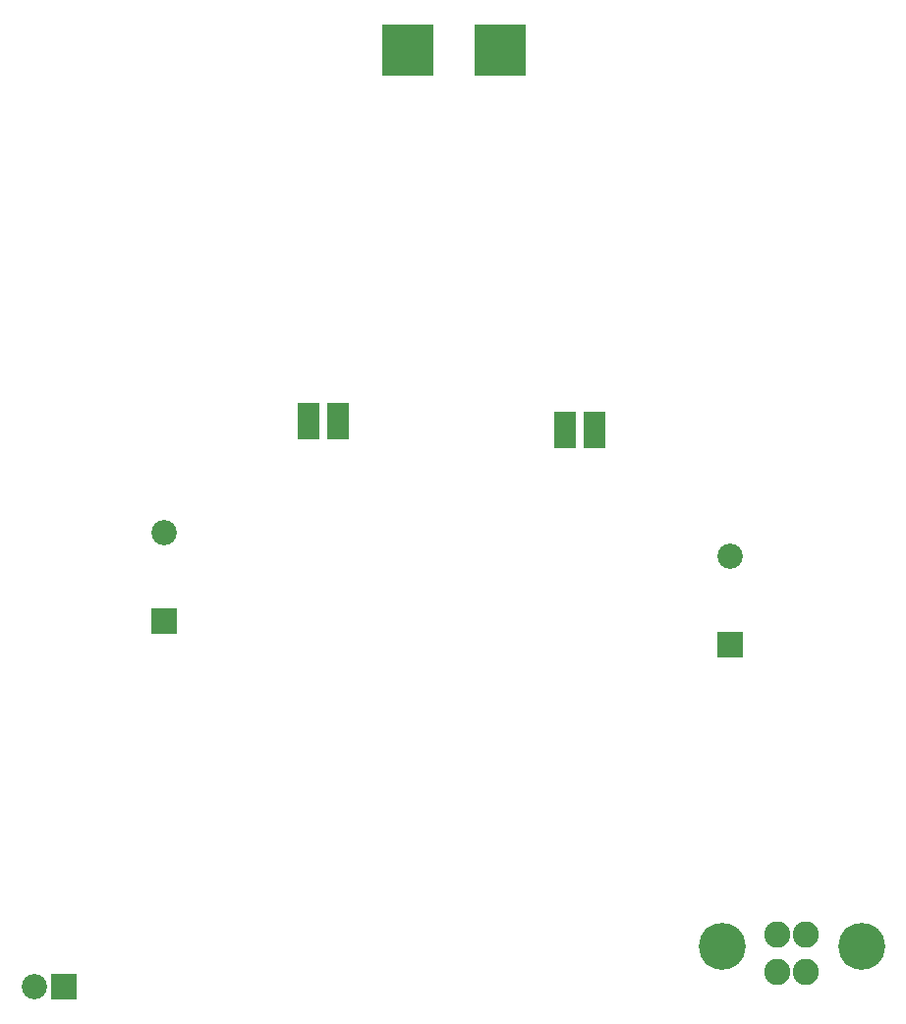
<source format=gbs>
G04 start of page 2 for group 11 layer_idx 8 *
G04 Title: (unknown), bottom_mask *
G04 Creator: pcb-rnd 3.1.4-dev *
G04 CreationDate: 2024-02-11 09:55:08 UTC *
G04 For: STEM4ukraine *
G04 Format: Gerber/RS-274X *
G04 PCB-Dimensions: 334646 393701 *
G04 PCB-Coordinate-Origin: lower left *
%MOIN*%
%FSLAX25Y25*%
%LNBOTTOM_MASK_NONE_11*%
%ADD69C,0.0887*%
%ADD68C,0.1595*%
%ADD67C,0.0860*%
%ADD66C,0.0001*%
G54D66*G36*
X143023Y355208D02*X160326D01*
Y337905D01*
X143023D01*
Y355208D01*
G37*
G36*
X174519D02*X191823D01*
Y337905D01*
X174519D01*
Y355208D01*
G37*
G36*
X208725Y211495D02*X201235D01*
Y223906D01*
X208725D01*
Y211495D01*
G37*
G36*
X218725D02*X211235D01*
Y223906D01*
X218725D01*
Y211495D01*
G37*
G36*
X121725Y214495D02*X114235D01*
Y226906D01*
X121725D01*
Y214495D01*
G37*
G36*
X131725D02*X124235D01*
Y226906D01*
X131725D01*
Y214495D01*
G37*
G36*
X64700Y148401D02*Y157001D01*
X73300D01*
Y148401D01*
X64700D01*
G37*
G54D67*X69000Y182701D03*
G54D66*G36*
X30700Y24401D02*Y33001D01*
X39300D01*
Y24401D01*
X30700D01*
G37*
G54D67*X25000Y28701D03*
G54D68*X258220Y42559D03*
X305622D03*
G54D69*X286843Y33701D03*
X277000D03*
X286843Y46299D03*
X277000D03*
G54D66*G36*
X256700Y140401D02*Y149001D01*
X265300D01*
Y140401D01*
X256700D01*
G37*
G54D67*X261000Y174701D03*
M02*

</source>
